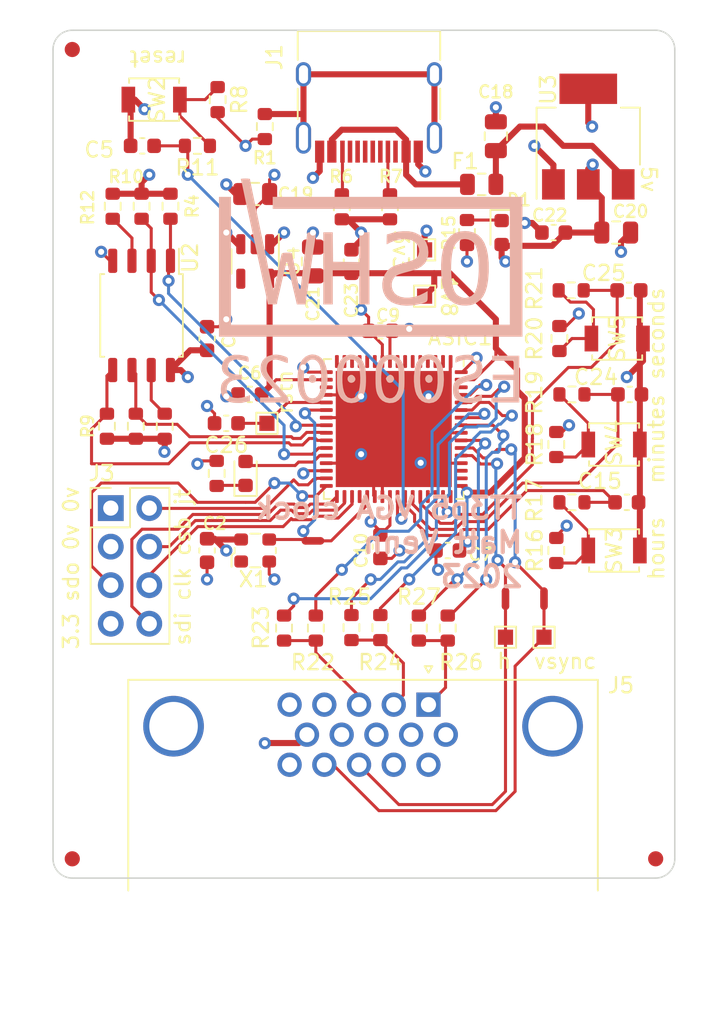
<source format=kicad_pcb>
(kicad_pcb (version 20221018) (generator pcbnew)
  (title_block (title "Caravel Minimum Viable PCB Sample") (date "2023-10-25") (rev "1.1") (company "Psychogenic Technologies INC") (comment 1 "(C) 2023 Pat Deegan"))
  (layers (0 "F.Cu" signal) (1 "In1.Cu" power) (2 "In2.Cu" power) (31 "B.Cu" signal) (34 "B.Paste" user) (35 "F.Paste" user) (36 "B.SilkS" user "B.Silkscreen") (37 "F.SilkS" user "F.Silkscreen") (38 "B.Mask" user) (39 "F.Mask" user) (44 "Edge.Cuts" user))
  (net 0 "")
  (net 1 "GND")
  (net 2 "Net-(J1-SHIELD)")
  (net 3 "~{SOC_RST}")
  (net 4 "+1V8")
  (net 5 "+3V3")
  (net 6 "VBUS")
  (net 7 "+5V")
  (net 8 "Net-(D1-K)")
  (net 9 "gpio")
  (net 10 "Net-(J1-CC1)")
  (net 14 "Net-(J1-CC2)")
  (net 18 "HK_SDI")
  (net 19 "HK_SCK")
  (net 20 "HK_SDO")
  (net 21 "HK_CSB")
  (net 22 "ser_rx")
  (net 23 "ser_tx")
  (net 24 "/prj_io7")
  (net 25 "/prj_io8")
  (net 26 "/prj_io9")
  (net 27 "/prj_io10")
  (net 28 "/prj_io11")
  (net 29 "/prj_io12")
  (net 30 "/prj_io13")
  (net 31 "/prj_io14")
  (net 32 "/prj_io15")
  (net 33 "/prj_io17")
  (net 34 "/prj_io19")
  (net 35 "/prj_io18")
  (net 36 "/prj_io20")
  (net 37 "/prj_io21")
  (net 38 "/prj_io22")
  (net 39 "/prj_io23")
  (net 40 "/prj_io25")
  (net 41 "/prj_io24")
  (net 42 "/prj_io26")
  (net 43 "/prj_io27")
  (net 44 "/prj_io28")
  (net 45 "/prj_io29")
  (net 46 "/prj_io31")
  (net 47 "/prj_io30")
  (net 48 "/prj_io32")
  (net 49 "/prj_io33")
  (net 50 "/prj_io34")
  (net 51 "/prj_io35")
  (net 52 "/prj_io37")
  (net 53 "/prj_io36")
  (net 54 "flash_csb")
  (net 55 "flash_clk")
  (net 56 "flash_io0")
  (net 57 "flash_io1")
  (net 58 "Net-(U2-IO2)")
  (net 59 "Net-(U2-IO3)")
  (net 60 "osc_out")
  (net 63 "HK_JTAG")
  (net 64 "Net-(D2-K)")
  (net 66 "/red")
  (net 67 "/green")
  (net 68 "/blue")
  (net 73 "/hsync")
  (net 75 "Net-(R11-Pad1)")
  (net 76 "Net-(R16-Pad1)")
  (net 77 "Net-(R18-Pad1)")
  (net 78 "Net-(R20-Pad1)")
  (net 79 "/vsync")
  (net 80 "/prj_io16")
  (footprint "Resistor_SMD:R_0603_1608Metric" (layer "F.Cu") (at 93.191 49.219 90)
    (fp_text reference "R5" hide)
    (fp_text value "10k")
  )
  (footprint "TestPoint:TestPoint_Pad_1.0x1.0mm" (layer "F.Cu") (at 120.115 63.125)
    (fp_text reference "TP2" hide)
    (fp_text value "TestPoint")
  )
  (footprint "Capacitor_SMD:C_0603_1608Metric" (layer "F.Cu") (at 97.89 57.41 90)
    (fp_text reference "C2")
    (fp_text value "100nF")
  )
  (footprint "Resistor_SMD:R_0603_1608Metric" (layer "F.Cu") (at 121.957 54.235)
    (fp_text reference "R17")
    (fp_text value "5.1k")
  )
  (footprint "Capacitor_SMD:C_0603_1608Metric" (layer "F.Cu") (at 125.577 54.235 180)
    (fp_text reference "C15")
    (fp_text value "1uF")
  )
  (footprint "Fiducial:Fiducial_1mm_Mask2mm" (layer "F.Cu") (at 89 24.39)
    (fp_text reference "FID1" hide)
    (fp_text value "Fiducial")
  )
  (footprint "Resistor_SMD:R_0603_1608Metric" (layer "F.Cu") (at 91.286 49.219 90)
    (fp_text reference "R9")
    (fp_text value "10k")
  )
  (footprint "Capacitor_SMD:C_0603_1608Metric" (layer "F.Cu") (at 100.71 47.123 180)
    (fp_text reference "C6")
    (fp_text value "100nF")
  )
  (footprint "Capacitor_SMD:C_0805_2012Metric" (layer "F.Cu") (at 101.065 33.915)
    (fp_text reference "C19")
    (fp_text value "10uF")
  )
  (footprint "Connector_Dsub:DSUB-15-HD_Female_Horizontal_P2.29x1.98mm_EdgePinOffset8.35mm_Housed_MountingHolesOffset10.89mm" (layer "F.Cu") (at 112.495 67.57)
    (fp_text reference "J5")
    (fp_text value "DE15_Receptacle_HighDensity_MountingHoles")
  )
  (footprint "Resistor_SMD:R_0603_1608Metric" (layer "F.Cu") (at 121.957 47.123)
    (fp_text reference "R19")
    (fp_text value "5.1k")
  )
  (footprint "Capacitor_SMD:C_0603_1608Metric" (layer "F.Cu") (at 109.32 42.932)
    (fp_text reference "C9")
    (fp_text value "100nF")
  )
  (footprint "NetTie:NetTie-2_SMD_Pad0.5mm" (layer "F.Cu") (at 117.575 60.585 -90)
    (fp_text reference "NT1" hide)
    (fp_text value "NetTie_2" hide)
  )
  (footprint "Resistor_SMD:R_0603_1608Metric" (layer "F.Cu") (at 120.927 50.425 90)
    (fp_text reference "R18")
    (fp_text value "10k")
  )
  (footprint "Resistor_SMD:R_0603_1608Metric" (layer "F.Cu") (at 115.035 36.455 -90)
    (fp_text reference "R15")
    (fp_text value "510")
  )
  (footprint "Capacitor_SMD:C_0603_1608Metric" (layer "F.Cu") (at 113.765 57.41)
    (fp_text reference "C7")
    (fp_text value "100nF")
  )
  (footprint "Resistor_SMD:R_0603_1608Metric" (layer "F.Cu") (at 105.065 62.522 -90)
    (fp_text reference "R22")
    (fp_text value "500R")
  )
  (footprint "Capacitor_SMD:C_0805_2012Metric" (layer "F.Cu") (at 104.875 38.36 90)
    (fp_text reference "C21")
    (fp_text value "10uF")
  )
  (footprint "TestPoint:TestPoint_Pad_1.0x1.0mm" (layer "F.Cu") (at 112.241 37.596)
    (fp_text reference "TP4" hide)
    (fp_text value "TestPoint")
  )
  (footprint "Fiducial:Fiducial_1mm_Mask2mm" (layer "F.Cu") (at 127.481 77.73)
    (fp_text reference "FID2" hide)
    (fp_text value "Fiducial")
  )
  (footprint "Resistor_SMD:R_0603_1608Metric" (layer "F.Cu") (at 107.415 62.49 -90)
    (fp_text reference "R25")
    (fp_text value "1k")
  )
  (footprint "Resistor_SMD:R_0603_1608Metric" (layer "F.Cu") (at 106.78 34.756 -90)
    (fp_text reference "R6")
    (fp_text value "5.1k")
  )
  (footprint "Package_TO_SOT_SMD:SOT-223-3_TabPin2" (layer "F.Cu") (at 123.036 30.13 90)
    (fp_text reference "U3")
    (fp_text value "AZ1117-3.3")
  )
  (footprint "Oscillator:Oscillator_SMD_ECS_2520MV-xxx-xx-4Pin_2.5x2.0mm" (layer "F.Cu") (at 101.065 57.41 90)
    (fp_text reference "X1")
    (fp_text value "31.5MHz")
  )
  (footprint "TestPoint:TestPoint_Pad_1.0x1.0mm" (layer "F.Cu") (at 112.241 40.646)
    (fp_text reference "TP5" hide)
    (fp_text value "TestPoint")
  )
  (footprint "TestPoint:TestPoint_Pad_1.0x1.0mm" (layer "F.Cu") (at 117.575 63.125)
    (fp_text reference "TP1" hide)
    (fp_text value "TestPoint")
  )
  (footprint "Fuse:Fuse_0805_2012Metric" (layer "F.Cu") (at 116.0025 33.28)
    (fp_text reference "F1")
    (fp_text value "350mA")
  )
  (footprint "Capacitor_SMD:C_0603_1608Metric" (layer "F.Cu") (at 109.32 57.156 -90)
    (fp_text reference "C10")
    (fp_text value "100nF")
  )
  (footprint "Capacitor_SMD:C_0603_1608Metric" (layer "F.Cu") (at 125.767 47.123 180)
    (fp_text reference "C24")
    (fp_text value "1uF")
  )
  (footprint "NetTie:NetTie-2_SMD_Pad0.5mm" (layer "F.Cu") (at 120.115 60.585 -90)
    (fp_text reference "NT2" hide)
    (fp_text value "NetTie_2" hide)
  )
  (footprint "Resistor_SMD:R_0603_1608Metric" (layer "F.Cu") (at 95.477 34.721 -90)
    (fp_text reference "R4")
    (fp_text value "10k")
  )
  (footprint "Resistor_SMD:R_0603_1608Metric" (layer "F.Cu") (at 98.589 27.692 -90)
    (fp_text reference "R8")
    (fp_text value "10k")
  )
  (footprint "Resistor_SMD:R_0603_1608Metric" (layer "F.Cu") (at 113.765 62.522 -90)
    (fp_text reference "R26")
    (fp_text value "500R")
  )
  (footprint "Resistor_SMD:R_0603_1608Metric" (layer "F.Cu") (at 93.572 34.721 -90)
    (fp_text reference "R10")
    (fp_text value "10k")
  )
  (footprint "TestPoint:TestPoint_Pad_1.0x1.0mm" (layer "F.Cu") (at 101.84 49.028)
    (fp_text reference "TP3" hide)
    (fp_text value "TestPoint")
  )
  (footprint "Resistor_SMD:R_0603_1608Metric" (layer "F.Cu") (at 95.096 49.219 -90)
    (fp_text reference "R13" hide)
    (fp_text value "10k")
  )
  (footprint "NetTie:NetTie-2_SMD_Pad0.5mm" (layer "F.Cu") (at 104.875 56.775)
    (fp_text reference "NT3" hide)
    (fp_text value "NetTie_2" hide)
  )
  (footprint "Capacitor_SMD:C_0805_2012Metric" (layer "F.Cu") (at 124.875 36.455)
    (fp_text reference "C20")
    (fp_text value "22uF")
  )
  (footprint "Package_SO:SOIC-8_5.23x5.23mm_P1.27mm" (layer "F.Cu") (at 93.572 41.916 -90)
    (fp_text reference "U2")
    (fp_text value "W25Q32JVSS")
  )
  (footprint "Capacitor_SMD:C_0603_1608Metric" (layer "F.Cu") (at 107.415 38.36 90)
    (fp_text reference "C23")
    (fp_text value "100nF")
  )
  (footprint "Resistor_SMD:R_0603_1608Metric" (layer "F.Cu") (at 101.7 29.47 -90)
    (fp_text reference "R1")
    (fp_text value "1M")
  )
  (footprint "Capacitor_SMD:C_0603_1608Metric" (layer "F.Cu") (at 125.717 40.265 180)
    (fp_text reference "C25")
    (fp_text value "1uF")
  )
  (footprint "Capacitor_SMD:C_0603_1608Metric" (layer "F.Cu") (at 99.16 49.028 180)
    (fp_text reference "C26")
    (fp_text value "1uF")
  )
  (footprint "Button_Switch_SMD:SW_SPST_B3U-1000P" (layer "F.Cu") (at 94.398 27.692 180)
    (fp_text reference "SW2")
    (fp_text value "B3U-1000P")
  )
  (footprint "LED_SMD:LED_0603_1608Metric" (layer "F.Cu") (at 117.321 36.455 -90)
    (fp_text reference "D1")
    (fp_text value "LED")
  )
  (footprint "LED_SMD:LED_0603_1608Metric" (layer "F.Cu") (at 100.43 52.33 90)
    (fp_text reference "D2" hide)
    (fp_text value "LED")
  )
  (footprint "Resistor_SMD:R_0603_1608Metric" (layer "F.Cu") (at 109.32 62.49 -90)
    (fp_text reference "R24")
    (fp_text value "500R")
  )
  (footprint "Capacitor_SMD:C_0805_2012Metric" (layer "F.Cu") (at 116.94 30.105 90)
    (fp_text reference "C18")
    (fp_text value "10uF")
  )
  (footprint "Capacitor_SMD:C_0603_1608Metric" (layer "F.Cu") (at 93.623 30.74)
    (fp_text reference "C5")
    (fp_text value "1uF")
  )
  (footprint "Resistor_SMD:R_0603_1608Metric" (layer "F.Cu") (at 120.927 57.41 90)
    (fp_text reference "R16")
    (fp_text value "10k")
  )
  (footprint "Resistor_SMD:R_0603_1608Metric" (layer "F.Cu") (at 91.667 34.721 90)
    (fp_text reference "R12")
    (fp_text value "10k")
  )
  (footprint "Button_Switch_SMD:SW_SPST_B3U-1000P" (layer "F.Cu") (at 124.737 57.41)
    (fp_text reference "SW3")
    (fp_text value "B3U-1000P")
  )
  (footprint "Resistor_SMD:R_0603_1608Metric" (layer "F.Cu") (at 111.86 62.522 -90)
    (fp_text reference "R27")
    (fp_text value "1k")
  )
  (footprint "Button_Switch_SMD:SW_SPST_B3U-1000P" (layer "F.Cu") (at 124.942 43.44)
    (fp_text reference "SW5")
    (fp_text value "B3U-1000P")
  )
  (footprint "Package_TO_SOT_SMD:SOT-23-5" (layer "F.Cu") (at 101.065 38.36 -90)
    (fp_text reference "U4")
    (fp_text value "AP2112K-1.8")
  )
  (footprint "Fiducial:Fiducial_1mm_Mask2mm" (layer "F.Cu") (at 89 77.73)
    (fp_text reference "FID3" hide)
    (fp_text value "Fiducial")
  )
  (footprint "Package_DFN_QFN:QFN-64-1EP_9x9mm_P0.5mm_EP7.65x7.65mm" (layer "F.Cu") (at 110.204 49.404 -90)
    (fp_text reference "U1" hide)
    (fp_text value "Caravel_QFN")
  )
  (footprint "Resistor_SMD:R_0603_1608Metric" (layer "F.Cu") (at 121.132 43.44 90)
    (fp_text reference "R20")
    (fp_text value "10k")
  )
  (footprint "Resistor_SMD:R_0603_1608Metric" (layer "F.Cu") (at 109.955 34.756 -90)
    (fp_text reference "R7")
    (fp_text value "5.1k")
  )
  (footprint "Capacitor_SMD:C_0603_1608Metric" (layer "F.Cu") (at 120.75 36.455 180)
    (fp_text reference "C22")
    (fp_text value "100nF")
  )
  (footprint "Resistor_SMD:R_0603_1608Metric" (layer "F.Cu") (at 102.97 62.522 -90)
    (fp_text reference "R23")
    (fp_text value "1k")
  )
  (footprint "Connector_USB:USB_C_Receptacle_HRO_TYPE-C-31-M-12" (layer "F.Cu") (at 108.57 27.076 180)
    (fp_text reference "J1")
    (fp_text value "USB_C_Receptacle_USB2.0")
  )
  (footprint "Connector_PinHeader_2.54mm:PinHeader_2x04_P2.54mm_Vertical" (layer "F.Cu") (at 91.54 54.616)
    (fp_text reference "J3")
    (fp_text value "Conn_02x04_Odd_Even")
  )
  (footprint "Resistor_SMD:R_0603_1608Metric" (layer "F.Cu") (at 97.255 30.74 180)
    (fp_text reference "R11")
    (fp_text value "5.1k")
  )
  (footprint "Button_Switch_SMD:SW_SPST_B3U-1000P" (layer "F.Cu") (at 124.737 50.425)
    (fp_text reference "SW4")
    (fp_text value "B3U-1000P")
  )
  (footprint "Resistor_SMD:R_0603_1608Metric" (layer "F.Cu") (at 98.525 52.33 90)
    (fp_text reference "R14" hide)
    (fp_text value "510")
  )
  (footprint "Capacitor_SMD:C_0603_1608Metric" (layer "F.Cu") (at 97.89 43.44 90)
    (fp_text reference "C1")
    (fp_text value "100nF")
  )
  (footprint "Resistor_SMD:R_0603_1608Metric" (layer "F.Cu") (at 121.907 40.265)
    (fp_text reference "R21")
    (fp_text value "5.1k")
  )
  (footprint "footprints:oshw-logo" (layer "B.Cu") (at 108.685 40.9 180)
    (fp_text reference "G***" hide)
    (fp_text value "LOGO" hide)
  )
  (gr_arc (start 128.741974 77.73) (mid 128.37 78.628026) (end 127.471974 79) (stroke (width 0.1)) (layer "Edge.Cuts"))
  (gr_line (start 87.73 24.39) (end 87.73 77.73) (stroke (width 0.1)) (layer "Edge.Cuts"))
  (gr_arc (start 127.471974 23.12) (mid 128.37 23.491974) (end 128.741974 24.39) (stroke (width 0.1)) (layer "Edge.Cuts"))
  (gr_arc (start 89 79) (mid 88.101974 78.628026) (end 87.73 77.73) (stroke (width 0.1)) (layer "Edge.Cuts"))
  (gr_line (start 89 79) (end 127.471974 79) (stroke (width 0.1)) (layer "Edge.Cuts"))
  (gr_line (start 127.471974 23.12) (end 89 23.12) (stroke (width 0.1)) (layer "Edge.Cuts"))
  (gr_line (start 128.741974 77.73) (end 128.741974 24.39) (stroke (width 0.1)) (layer "Edge.Cuts"))
  (gr_arc (start 87.73 24.39) (mid 88.101974 23.491974) (end 89 23.12) (stroke (width 0.1)) (layer "Edge.Cuts"))
  (gr_text "TT3p5 VGA clock\nMatt Venn\n2023" (at 118.845 59.95) (layer "B.SilkS") (effects (font (size 1.4 1.4) (thickness 0.28) bold) (justify left bottom mirror)))
  (gr_text "3.3 sdo 0v 0v" (at 89.508 64.014 90) (layer "F.SilkS") (effects (font (size 1 1)) (justify left bottom)))
  (gr_text "5v" (at 126.446 31.98 270) (layer "F.SilkS") (effects (font (size 1 1)) (justify left bottom)))
  (gr_text "sdi clk csb jt" (at 96.874 63.76 90) (layer "F.SilkS") (effects (font (size 1 1)) (justify left bottom)))
  (gr_text "minutes" (at 128.117 53.092 90) (layer "F.SilkS") (effects (font (size 1 1)) (justify left bottom)))
  (gr_text "h  vsync" (at 116.94 65.284) (layer "F.SilkS") (effects (font (size 1 1)) (justify left bottom)))
  (gr_text "1v8" (at 113.257 39.249 270) (layer "F.SilkS") (effects (font (size 1 1)) (justify left bottom)))
  (gr_text "seconds" (at 128.117 46.234 90) (layer "F.SilkS") (effects (font (size 1 1)) (justify left bottom)))
  (gr_text "ASIC1" (at 112.368 43.948) (layer "F.SilkS") (effects (font (size 1 1)) (justify left bottom)))
  (gr_text "hours" (at 128.117 59.442 90) (layer "F.SilkS") (effects (font (size 1 1)) (justify left bottom)))
  (gr_text "3v3" (at 110.082 36.201 270) (layer "F.SilkS") (effects (font (size 1 1)) (justify left bottom)))
  (gr_text "reset" (at 96.62 24.39 180) (layer "F.SilkS") (effects (font (size 1 1)) (justify left bottom)))
  (gr_text "rstn" (at 103.605 48.52 90) (layer "F.SilkS") (effects (font (size 1 1)) (justify left bottom)))
  (segment (start 110.454 49.654) (end 110.204 49.404) (width 0.2) (layer "F.Cu") (net 1))
  (segment (start 101.065 37.2225) (end 101.065 34.865) (width 0.2) (layer "F.Cu") (net 1))
  (segment (start 113.929 45.679) (end 110.204 49.404) (width 0.2) (layer "F.Cu") (net 1))
  (segment (start 101.710331 70.099669) (end 101.7 70.11) (width 0.4) (layer "F.Cu") (net 1))
  (segment (start 105.754 48.654) (end 109.454 48.654) (width 0.2) (layer "F.Cu") (net 1))
  (segment (start 105.32 31.121) (end 105.32 32.406) (width 0.4) (layer "F.Cu") (net 1))
  (segment (start 115.035 37.28) (end 115.035 38.36) (width 0.2) (layer "F.Cu") (net 1))
  (segment (start 101.99 58.135) (end 101.99 58.97) (width 0.2) (layer "F.Cu") (net 1))
  (segment (start 98.385 49.028) (end 98.385 48.38) (width 0.2) (layer "F.Cu") (net 1))
  (segment (start 125.195 37.085) (end 125.825 36.455) (width 0.4) (layer "F.Cu") (net 1))
  (segment (start 113.929 44.979) (end 113.929 45.679) (width 0.2) (layer "F.Cu") (net 1))
  (segment (start 113.954 44.954) (end 113.929 44.979) (width 0.2) (layer "F.Cu") (net 1))
  (segment (start 121.132 42.615) (end 121.587186 42.615) (width 0.2) (layer "F.Cu") (net 1))
  (segment (start 98.589 28.517) (end 98.589 28.899) (width 0.2) (layer "F.Cu") (net 1))
  (segment (start 97.89 58.185) (end 97.89 59.315) (width 0.2) (layer "F.Cu") (net 1))
  (segment (start 119.34 35.82) (end 119.975 36.455) (width 0.4) (layer "F.Cu") (net 1))
  (segment (start 120.927 56.46) (end 121.611669 55.775331) (width 0.2) (layer "F.Cu") (net 1))
  (segment (start 110.069 57.931) (end 110.59 57.41) (width 0.2) (layer "F.Cu") (net 1))
  (segment (start 109.454 43.841) (end 108.545 42.932) (width 0.2) (layer "F.Cu") (net 1))
  (segment (start 114.654 49.654) (end 110.454 49.654) (width 0.2) (layer "F.Cu") (net 1))
  (segment (start 105.754 47.154) (end 107.954 47.154) (width 0.2) (layer "F.Cu") (net 1))
  (segment (start 109.955 35.581) (end 106.78 35.581) (width 0.4) (layer "F.Cu") (net 1))
  (segment (start 106.78 35.581) (end 107.176 35.581) (width 0.4) (layer "F.Cu") (net 1))
  (segment (start 112.99 57.41) (end 112.99 58.54) (width 0.2) (layer "F.Cu") (net 1))
  (segment (start 118.845 35.82) (end 119.34 35.82) (width 0.4) (layer "F.Cu") (net 1))
  (segment (start 121.322 49.6) (end 121.767 49.155) (width 0.2) (layer "F.Cu") (net 1))
  (segment (start 105.32 32.406) (end 104.875 32.851) (width 0.4) (layer "F.Cu") (net 1))
  (segment (start 97.445 51.505) (end 97.255 51.695) (width 0.2) (layer "F.Cu") (net 1))
  (segment (start 98.589 28.899) (end 100.43 30.74) (width 0.2) (layer "F.Cu") (net 1))
  (segment (start 109.454 50.154) (end 110.204 49.404) (width 0.2) (layer "F.Cu") (net 1))
  (segment (start 120.736 33.28) (end 120.736 31.996) (width 0.4) (layer "F.Cu") (net 1))
  (segment (start 109.32 57.931) (end 110.069 57.931) (width 0.2) (layer "F.Cu") (net 1))
  (segment (start 104.875 36.455) (end 104.875 37.41) (width 0.4) (layer "F.Cu") (net 1))
  (segment (start 120.736 32.366) (end 120.736 31.996) (width 0.2) (layer "F.Cu") (net 1))
  (segment (start 111.82 31.958658) (end 112.291342 32.43) (width 0.4) (layer "F.Cu") (net 1))
  (segment (start 109.454 53.854) (end 109.454 50.154) (width 0.2) (layer "F.Cu") (net 1))
  (segment (start 107.954 51.654) (end 110.204 49.404) (width 0.2) (layer "F.Cu") (net 1))
  (segment (start 116.94 29.155) (end 116.94 28.2) (width 0.4) (layer "F.Cu") (net 1))
  (segment (start 104.48 69.55) (end 103.930331 70.099669) (width 0.4) (layer "F.Cu") (net 1))
  (segment (start 101.065 34.865) (end 102.015 33.915) (width 0.2) (layer "F.Cu") (net 1))
  (segment (start 99.287 47.123) (end 99.16 47.25) (width 0.2) (layer "F.Cu") (net 1))
  (segment (start 107.176 35.581) (end 108.05 36.455) (width 0.4) (layer "F.Cu") (net 1))
  (segment (start 101.99 58.97) (end 102.335 59.315) (width 0.2) (layer "F.Cu") (net 1))
  (segment (start 100.875 30.295) (end 100.43 30.74) (width 0.2) (layer "F.Cu") (net 1))
  (segment (start 108.545 42.932) (end 108.545 42.03) (width 0.2) (layer "F.Cu") (net 1))
  (segment (start 108.05 47.25) (end 110.204 49.404) (width 0.2) (layer "F.Cu") (net 1))
  (segment (start 108.05 36.95) (end 107.415 37.585) (width 0.4) (layer "F.Cu") (net 1))
  (segment (start 121.587186 42.615) (end 122.412186 41.79) (width 0.2) (layer "F.Cu") (net 1))
  (segment (start 108.545 42.03) (end 108.05 41.535) (width 0.2) (layer "F.Cu") (net 1))
  (segment (start 125.195 37.725) (end 125.195 37.085) (width 0.4) (layer "F.Cu") (net 1))
  (segment (start 107.954 47.154) (end 108.05 47.25) (width 0.2) (layer "F.Cu") (net 1))
  (segment (start 98.385 48.38) (end 97.89 47.885) (width 0.2) (layer "F.Cu") (net 1))
  (segment (start 91.667 38.316) (end 91.496 38.316) (width 0.2) (layer "F.Cu") (net 1))
  (segment (start 102.015 33.915) (end 102.015 32.965) (width 0.2) (layer "F.Cu") (net 1))
  (segment (start 120.927 56.585) (end 120.927 56.46) (width 0.2) (layer "F.Cu") (net 1))
  (segment (start 98.525 51.505) (end 97.445 51.505) (width 0.2) (layer "F.Cu") (net 1))
  (segment (start 109.454 48.654) (end 110.204 49.404) (width 0.2) (layer "F.Cu") (net 1))
  (segment (start 114.654 51.654) (end 112.454 51.654) (width 0.2) (layer "F.Cu") (net 1))
  (segment (start 108.879 53.779) (end 108.879 50.729) (width 0.2) (layer "F.Cu") (net 1))
  (segment (start 103.930331 70.099669) (end 101.710331 70.099669) (width 0.4) (layer "F.Cu") (net 1))
  (segment (start 108.05 36.455) (end 108.05 36.95) (width 0.4) (layer "F.Cu") (net 1))
  (segment (start 97.89 42.665) (end 98.665 42.665) (width 0.2) (layer "F.Cu") (net 1))
  (segment (start 99.935 47.123) (end 99.287 47.123) (width 0.2) (layer "F.Cu") (net 1))
  (segment (start 91.496 38.316) (end 90.905 37.725) (width 0.2) (layer "F.Cu") (net 1))
  (segment (start 112.454 51.654) (end 110.204 49.404) (width 0.2) (layer "F.Cu") (net 1))
  (segment (start 105.754 51.654) (end 107.954 51.654) (width 0.2) (layer "F.Cu") (net 1))
  (segment (start 108.879 50.729) (end 110.204 49.404) (width 0.2) (layer "F.Cu") (net 1))
  (segment (start 102.015 32.965) (end 102.335 32.645) (width 0.2) (layer "F.Cu") (net 1))
  (segment (start 120.927 49.6) (end 121.322 49.6) (width 0.2) (layer "F.Cu") (net 1))
  (segment (start 101.7 30.295) (end 100.875 30.295) (width 0.2) (layer "F.Cu") (net 1))
  (segment (start 112.99 58.54) (end 113.13 58.68) (width 0.2) (layer "F.Cu") (net 1))
  (segment (start 108.954 53.854) (end 108.879 53.779) (width 0.2) (layer "F.Cu") (net 1))
  (segment (start 109.454 44.954) (end 109.454 43.841) (width 0.2) (layer "F.Cu") (net 1))
  (segment (start 98.665 42.665) (end 99.16 42.17) (width 0.2) (layer "F.Cu") (net 1))
  (segment (start 119.48 30.74) (end 120.736 31.996) (width 0.4) (layer "F.Cu") (net 1))
  (segment (start 111.82 31.121) (end 111.82 31.958658) (width 0.4) (layer "F.Cu") (net 1))
  (via (at 100.43 30.74) (size 0.8) (drill 0.4) (layers "F.Cu" "B.Cu") (net 1))
  (via (at 122.412186 41.79) (size 0.8) (drill 0.4) (layers "F.Cu" "B.Cu") (net 1))
  (via (at 116.94 28.2) (size 0.8) (drill 0.4) (layers "F.Cu" "B.Cu") (net 1))
  (via (at 108.05 51.06) (size 0.8) (drill 0.4) (layers "F.Cu" "B.Cu") (net 1))
  (via (at 121.611669 55.775331) (size 0.8) (drill 0.4) (layers "F.Cu" "B.Cu") (net 1))
  (via (at 119.48 30.74) (size 0.8) (drill 0.4) (layers "F.Cu" "B.Cu") (net 1))
  (via (at 97.89 47.885) (size 0.8) (drill 0.4) (layers "F.Cu" "B.Cu") (net 1))
  (via (at 112.291342 32.43) (size 0.8) (drill 0.4) (layers "F.Cu" "B.Cu") (net 1))
  (via (at 102.335 59.315) (size 0.8) (drill 0.4) (layers "F.Cu" "B.Cu") (net 1))
  (via (at 112.495 47.25) (size 0.8) (drill 0.4) (layers "F.Cu" "B.Cu") (net 1))
  (via (at 99.16 47.25) (size 0.8) (drill 0.4) (layers "F.Cu" "B.Cu") (net 1))
  (via (at 108.05 36.455) (size 0.8) (drill 0.4) (layers "F.Cu" "B.Cu") (net 1))
  (via (at 113.13 58.68) (size 0.8) (drill 0.4) (layers "F.Cu" "B.Cu") (net 1))
  (via (at 125.195 37.725) (size 0.8) (drill 0.4) (layers "F.Cu" "B.Cu") (net 1))
  (via (at 99.16 42.17) (size 0.8) (drill 0.4) (layers "F.Cu" "B.Cu") (net 1))
  (via (at 108.05 47.25) (size 0.8) (drill 0.4) (layers "F.Cu" "B.Cu") (net 1))
  (via (at 104.875 32.851) (size 0.8) (drill 0.4) (layers "F.Cu" "B.Cu") (net 1))
  (via (at 104.875 36.455) (size 0.8) (drill 0.4) (layers "F.Cu" "B.Cu") (net 1))
  (via (at 102.335 32.645) (size 0.8) (drill 0.4) (layers "F.Cu" "B.Cu") (net 1))
  (via (at 115.035 38.36) (size 0.8) (drill 0.4) (layers "F.Cu" "B.Cu") (net 1))
  (via (at 97.89 59.315) (size 0.8) (drill 0.4) (layers "F.Cu" "B.Cu") (net 1))
  (via (at 111.98 51.630735) (size 0.8) (drill 0.4) (layers "F.Cu" "B.Cu") (net 1))
  (via (at 108.05 41.535) (size 0.8) (drill 0.4) (layers "F.Cu" "B.Cu") (net 1))
  (via (at 121.767 49.155) (size 0.8) (drill 0.4) (layers "F.Cu" "B.Cu") (net 1))
  (via (at 110.59 57.41) (size 0.8) (drill 0.4) (layers "F.Cu" "B.Cu") (net 1))
  (via (at 90.905 37.725) (size 0.8) (drill 0.4) (layers "F.Cu" "B.Cu") (net 1))
  (via (at 97.255 51.695) (size 0.8) (drill 0.4) (layers "F.Cu" "B.Cu") (net 1))
  (via (at 101.7 70.11) (size 0.8) (drill 0.4) (layers "F.Cu" "B.Cu") (net 1))
  (via (at 118.845 35.82) (size 0.8) (drill 0.4) (layers "F.Cu" "B.Cu") (net 1))
  (segment (start 104.25 26.026) (end 112.89 26.026) (width 0.4) (layer "F.Cu") (net 2))
  (segment (start 112.89 26.026) (end 112.89 30.206) (width 0.4) (layer "F.Cu") (net 2))
  (segment (start 101.7 28.645) (end 104.165 28.645) (width 0.4) (layer "F.Cu") (net 2))
  (segment (start 104.165 30.121) (end 104.25 30.206) (width 0.4) (layer "F.Cu") (net 2))
  (segment (start 104.25 30.206) (end 104.25 26.026) (width 0.4) (layer "F.Cu") (net 2))
  (segment (start 105.754 47.654) (end 103.214 47.654) (width 0.2) (layer "F.Cu") (net 3))
  (segment (start 103.214 47.654) (end 101.84 49.028) (width 0.2) (layer "F.Cu") (net 3))
  (segment (start 99.935 49.028) (end 101.84 49.028) (width 0.2) (layer "F.Cu") (net 3))
  (segment (start 102.015 46.593) (end 101.485 47.123) (width 0.4) (layer "F.Cu") (net 4))
  (segment (start 118.845 47.377) (end 118.845 51.314) (width 0.4) (layer "F.Cu") (net 4))
  (segment (start 112.241 40.646) (end 112.876 40.011) (width 0.4) (layer "F.Cu") (net 4))
  (segment (start 115.035 53.6) (end 115.035 53.535) (width 0.2) (layer "F.Cu") (net 4))
  (segment (start 118.337 45.472) (end 118.337 46.869) (width 0.4) (layer "F.Cu") (net 4))
  (segment (start 116.94 44.075) (end 118.337 45.472) (width 0.4) (layer "F.Cu") (net 4))
  (segment (start 116.559 53.6) (end 115.035 53.6) (width 0.4) (layer "F.Cu") (net 4))
  (segment (start 102.3775 39.135) (end 107.415 39.135) (width 0.4) (layer "F.Cu") (net 4))
  (segment (start 118.337 46.869) (end 118.845 47.377) (width 0.4) (layer "F.Cu") (net 4))
  (segment (start 112.876 39.135) (end 113.905 39.135) (width 0.4) (layer "F.Cu") (net 4))
  (segment (start 112.876 40.011) (end 112.876 39.135) (width 0.4) (layer "F.Cu") (net 4))
  (segment (start 115.035 53.535) (end 114.654 53.154) (width 0.2) (layer "F.Cu") (net 4))
  (segment (start 102.015 39.4975) (end 102.3775 39.135) (width 0.4) (layer "F.Cu") (net 4))
  (segment (start 115.035 40.265) (end 116.94 42.17) (width 0.4) (layer "F.Cu") (net 4))
  (segment (start 114.654 46.154) (end 115.496 46.154) (width 0.2) (layer "F.Cu") (net 4))
  (segment (start 116.94 42.17) (end 116.94 44.075) (width 0.4) (layer "F.Cu") (net 4))
  (segment (start 102.454 46.154) (end 101.485 47.123) (width 0.2) (layer "F.Cu") (net 4))
  (segment (start 114.54 57.347692) (end 115.073846 56.813846) (width 0.2) (layer "F.Cu") (net 4))
  (segment (start 115.496 46.154) (end 116.94 44.71) (width 0.2) (layer "F.Cu") (net 4))
  (segment (start 113.905 39.135) (end 115.035 40.265) (width 0.4) (layer "F.Cu") (net 4))
  (segment (start 105.754 46.154) (end 102.454 46.154) (width 0.2) (layer "F.Cu") (net 4))
  (segment (start 107.415 39.135) (end 112.876 39.135) (width 0.4) (layer "F.Cu") (net 4))
  (segment (start 116.94 44.71) (end 116.94 44.075) (width 0.2) (layer "F.Cu") (net 4))
  (segment (start 118.845 51.314) (end 116.559 53.6) (width 0.4) (layer "F.Cu") (net 4))
  (segment (start 102.015 39.4975) (end 102.015 46.593) (width 0.4) (layer "F.Cu") (net 4))
  (segment (start 114.54 57.41) (end 114.54 57.347692) (width 0.2) (layer "F.Cu") (net 4))
  (via (at 115.035 53.6) (size 0.8) (drill 0.4) (layers "F.Cu" "B.Cu") (net 4))
  (via (at 115.073846 56.813846) (size 0.8) (drill 0.4) (layers "F.Cu" "B.Cu") (net 4))
  (segment (start 115.035 53.6) (end 115.035 56.775) (width 0.2) (layer "B.Cu") (net 4))
  (segment (start 115.035 56.775) (end 115.073846 56.813846) (width 0.2) (layer "B.Cu") (net 4))
  (segment (start 92.698 27.692) (end 93.128 27.692) (width 0.4) (layer "F.Cu") (net 5))
  (segment (start 99.795 33.915) (end 99.16 33.28) (width 0.4) (layer "F.Cu") (net 5))
  (segment (start 126.437 40.32) (end 126.492 40.265) (width 0.4) (layer "F.Cu") (net 5))
  (segment (start 104.549 45.654) (end 104.24 45.345) (width 0.2) (layer "F.Cu") (net 5))
  (segment (start 114.654 45.654) (end 114.726 45.654) (width 0.2) (layer "F.Cu") (net 5))
  (segment (start 97.89 56.635) (end 98.385 56.635) (width 0.4) (layer "F.Cu") (net 5))
  (segment (start 95.477 45.516) (end 96.156 45.516) (width 0.4) (layer "F.Cu") (net 5))
  (segment (start 109.32 56.14) (end 108.685 55.505) (width 0.2) (layer "F.Cu") (net 5))
  (segment (start 97.89 44.215) (end 96.778 44.215) (width 0.4) (layer "F.Cu") (net 5))
  (segment (start 126.437 57.41) (end 126.437 40.32) (width 0.4) (layer "F.Cu") (net 5))
  (segment (start 102.2025 37.2225) (end 102.97 36.455) (width 0.4) (layer "F.Cu") (net 5))
  (segment (start 95.096 50.888338) (end 95.079669 50.904669) (width 0.4) (layer "F.Cu") (net 5))
  (segment (start 113.454 54.559) (end 113.765 54.87) (width 0.2) (layer "F.Cu") (net 5))
  (segment (start 117.321 38.106) (end 117.575 38.36) (width 0.4) (layer "F.Cu") (net 5))
  (segment (start 105.754 52.154) (end 104.416 52.154) (width 0.2) (layer "F.Cu") (net 5))
  (segment (start 91.286 50.044) (end 95.096 50.044) (width 0.4) (layer "F.Cu") (net 5))
  (segment (start 117.321 37.2425) (end 117.4085 37.33) (width 0.4) (layer "F.Cu") (net 5))
  (segment (start 126.642 43.44) (end 126.642 44.915) (width 0.4) (layer "F.Cu") (net 5))
  (segment (start 99.9275 37.2225) (end 99.16 36.455) (width 0.4) (layer "F.Cu") (net 5))
  (segment (start 112.241 36.455) (end 112.368 36.328) (width 0.4) (layer "F.Cu") (net 5))
  (segment (start 117.321 37.2425) (end 117.321 38.106) (width 0.4) (layer "F.Cu") (net 5))
  (segment (start 109.954 44.954) (end 109.954 43.073) (width 0.2) (layer "F.Cu") (net 5))
  (segment (start 123.036 26.98) (end 123.036 29.216) (width 0.4) (layer "F.Cu") (net 5))
  (segment (start 92.848 27.842) (end 92.698 27.692) (width 0.4) (layer "F.Cu") (net 5))
  (segment (start 98.385 56.635) (end 99.16 57.41) (width 0.4) (layer "F.Cu") (net 5))
  (segment (start 121.525 36.455) (end 123.925 36.455) (width 0.4) (layer "F.Cu") (net 5))
  (segment (start 109.954 53.854) (end 109.954 55.747) (width 0.2) (layer "F.Cu") (net 5))
  (segment (start 96.156 45.516) (end 96.62 45.98) (width 0.4) (layer "F.Cu") (net 5))
  (segment (start 123.036 29.216) (end 123.29 29.47) (width 0.4) (layer "F.Cu") (net 5))
  (segment (start 110.095 42.932) (end 111.098 42.932) (width 0.2) (layer "F.Cu") (net 5))
  (segment (start 123.036 32.264) (end 123.323959 31.976041) (width 0.4) (layer "F.Cu") (net 5))
  (segment (start 102.015 37.2225) (end 102.2025 37.2225) (width 0.4) (layer "F.Cu") (net 5))
  (segment (start 91.667 33.896) (end 95.477 33.896) (width 0.4) (layer "F.Cu") (net 5))
  (segment (start 96.778 44.215) (end 95.477 45.516) (width 0.4) (layer "F.Cu") (net 5))
  (segment (start 123.925 36.455) (end 123.925 34.169) (width 0.4) (layer "F.Cu") (net 5))
  (segment (start 105.754 45.654) (end 104.549 45.654) (width 0.2) (layer "F.Cu") (net 5))
  (segment (start 100.14 56.685) (end 97.94 56.685) (width 0.4) (layer "F.Cu") (net 5))
  (segment (start 112.241 37.596) (end 112.241 36.455) (width 0.4) (layer "F.Cu") (net 5))
  (segment (start 95.096 50.044) (end 95.096 50.888338) (width 0.4) (layer "F.Cu") (net 5))
  (segment (start 123.925 34.169) (end 123.036 33.28) (width 0.4) (layer "F.Cu") (net 5))
  (segment (start 100.115 33.915) (end 99.795 33.915) (width 0.4) (layer "F.Cu") (net 5))
  (segment (start 113.454 53.854) (end 113.454 54.559) (width 0.2) (layer "F.Cu") (net 5))
  (segment (start 93.572 33.896) (end 93.572 33.153) (width 0.4) (layer "F.Cu") (net 5))
  (segment (start 120.65 37.33) (end 121.525 36.455) (width 0.4) (layer "F.Cu") (net 5))
  (segment (start 117.4085 37.33) (end 120.65 37.33) (width 0.4) (layer "F.Cu") (net 5))
  (segment (start 93.128 27.692) (end 93.763 28.327) (width 0.4) (layer "F.Cu") (net 5))
  (segment (start 104.416 52.154) (end 104.24 52.33) (width 0.2) (layer "F.Cu") (net 5))
  (segment (start 97.94 56.685) (end 97.89 56.635) (width 0.4) (layer "F.Cu") (net 5))
  (segment (start 123.036 33.28) (end 123.036 32.264) (width 0.4) (layer "F.Cu") (net 5))
  (segment (start 111.098 42.932) (end 111.225 42.805) (width 0.2) (layer "F.Cu") (net 5))
  (segment (start 109.954 43.073) (end 110.095 42.932) (width 0.2) (layer "F.Cu") (net 5))
  (segment (start 92.848 30.74) (end 92.848 27.842) (width 0.4) (layer "F.Cu") (net 5))
  (segment (start 93.572 33.153) (end 94.08 32.645) (width 0.4) (layer "F.Cu") (net 5))
  (segment (start 109.32 56.381) (end 109.32 56.14) (width 0.2) (layer "F.Cu") (net 5))
  (segment (start 114.726 45.654) (end 115.67 44.71) (width 0.2) (layer "F.Cu") (net 5))
  (segment (start 126.642 44.915) (end 125.577 45.98) (width 0.4) (layer "F.Cu") (net 5))
  (segment (start 109.954 55.747) (end 109.32 56.381) (width 0.2) (layer "F.Cu") (net 5))
  (segment (start 100.115 37.2225) (end 99.9275 37.2225) (width 0.4) (layer "F.Cu") (net 5))
  (via (at 94.08 32.645) (size 0.8) (drill 0.4) (layers "F.Cu" "B.Cu") (net 5))
  (via (at 95.079669 50.904669) (size 0.8) (drill 0.4) (layers "F.Cu" "B.Cu") (net 5))
  (via (at 99.16 36.455) (size 0.8) (drill 0.4) (layers "F.Cu" "B.Cu") (net 5))
  (via (at 108.685 55.505) (size 0.8) (drill 0.4) (layers "F.Cu" "B.Cu") (net 5))
  (via (at 123.323959 31.976041) (size 0.8) (drill 0.4) (layers "F.Cu" "B.Cu") (net 5))
  (via (at 96.62 45.98) (size 0.8) (drill 0.4) (layers "F.Cu" "B.Cu") (net 5))
  (via (at 104.24 52.33) (size 0.8) (drill 0.4) (layers "F.Cu" "B.Cu") (net 5))
  (via (at 117.575 38.36) (size 0.8) (drill 0.4) (layers "F.Cu" "B.Cu") (net 5))
  (via (at 99.16 57.41) (size 0.8) (drill 0.4) (layers "F.Cu" "B.Cu") (net 5))
  (via (at 99.16 33.28) (size 0.8) (drill 0.4) (layers "F.Cu" "B.Cu") (net 5))
  (via (at 112.368 36.328) (size 0.8) (drill 0.4) (layers "F.Cu" "B.Cu") (net 5))
  (via (at 125.577 45.98) (size 0.8) (drill 0.4) (layers "F.Cu" "B.Cu") (net 5))
  (via (at 111.225 42.805) (size 0.8) (drill 0.4) (layers "F.Cu" "B.Cu") (net 5))
  (via (at 115.67 44.71) (size 0.8) (drill 0.4) (layers "F.Cu" "B.Cu") (net 5))
  (via (at 104.24 45.345) (size 0.8) (drill 0.4) (layers "F.Cu" "B.Cu") (net 5))
  (via (at 113.765 54.87) (size 0.8) (drill 0.4) (layers "F.Cu" "B.Cu") (net 5))
  (via (at 102.97 36.455) (size 0.8) (drill 0.4) (layers "F.Cu" "B.Cu") (net 5))
  (via (at 123.29 29.47) (size 0.8) (drill 0.4) (layers "F.Cu" "B.Cu") (net 5))
  (via (at 93.763 28.327) (size 0.8) (drill 0.4) (layers "F.Cu" "B.Cu") (net 5))
  (segment (start 111.02 30.332016) (end 111.02 31.121) (width 0.4) (layer "F.Cu") (net 6))
  (segment (start 106.12 30.332016) (end 106.776016 29.676) (width 0.4) (layer "F.Cu") (net 6))
  (segment (start 111.02 32.646) (end 111.02 31.121) (width 0.4) (layer "F.Cu") (net 6))
  (segment (start 106.776016 29.676) (end 110.363984 29.676) (width 0.4) (layer "F.Cu") (net 6))
  (segment (start 106.12 31.121) (end 106.12 30.332016) (width 0.4) (layer "F.Cu") (net 6))
  (segment (start 111.654 33.28) (end 111.02 32.646) (width 0.4) (layer "F.Cu") (net 6))
  (segment (start 110.363984 29.676) (end 111.02 30.332016) (width 0.4) (layer "F.Cu") (net 6))
  (segment (start 115.065 33.28) (end 111.654 33.28) (width 0.4) (layer "F.Cu") (net 6))
  (segment (start 118.525 29.47) (end 116.94 31.055) (width 0.4) (layer "F.Cu") (net 7))
  (segment (start 116.94 33.28) (end 116.94 31.055) (width 0.4) (layer "F.Cu") (net 7))
  (segment (start 125.336 32.786) (end 123.29 30.74) (width 0.4) (layer "F.Cu") (net 7))
  (segment (start 120.115 29.47) (end 118.525 29.47) (width 0.4) (layer "F.Cu") (net 7))
  (segment (start 121.385 30.74) (end 120.115 29.47) (width 0.4) (layer "F.Cu") (net 7))
  (segment (start 125.336 33.28) (end 125.336 32.786) (width 0.4) (layer "F.Cu") (net 7))
  (segment (start 123.29 30.74) (end 121.385 30.74) (width 0.4) (layer "F.Cu") (net 7))
  (segment (start 117.2835 35.63) (end 117.321 35.6675) (width 0.2) (layer "F.Cu") (net 8))
  (segment (start 115.035 35.63) (end 117.2835 35.63) (width 0.2) (layer "F.Cu") (net 8))
  (segment (start 104.888614 51.58) (end 105.314614 51.154) (width 0.2) (layer "F.Cu") (net 9))
  (segment (start 103.929339 51.58) (end 104.888614 51.58) (width 0.2) (layer "F.Cu") (net 9))
  (segment (start 105.314614 51.154) (end 105.754 51.154) (width 0.2) (layer "F.Cu") (net 9))
  (segment (start 103.699339 51.81) (end 103.929339 51.58) (width 0.2) (layer "F.Cu") (net 9))
  (segment (start 100.43 51.5425) (end 100.6975 51.81) (width 0.2) (layer "F.Cu") (net 9))
  (segment (start 100.6975 51.81) (end 103.699339 51.81) (width 0.2) (layer "F.Cu") (net 9))
  (segment (start 109.955 33.931) (end 109.82 33.796) (width 0.2) (layer "F.Cu") (net 10))
  (segment (start 109.82 33.796) (end 109.82 31.121) (width 0.2) (layer "F.Cu") (net 10))
  (segment (start 106.82 31.121) (end 106.82 33.891) (width 0.2) (layer "F.Cu") (net 14))
  (segment (start 106.82 33.891) (end 106.78 33.931) (width 0.2) (layer "F.Cu") (net 14))
  (segment (start 103.625347 54.35) (end 103.855347 54.58) (width 0.2) (layer "F.Cu") (net 18))
  (segment (start 92.93 56.679654) (end 93.603654 56.006) (width 0.2) (layer "F.Cu") (net 18))
  (segment (start 96.951372 55.035) (end 101.891347 55.035) (width 0.2) (layer "F.Cu") (net 18))
  (segment (start 95.980372 56.006) (end 96.951372 55.035) (width 0.2) (layer "F.Cu") (net 18))
  (segment (start 101.891347 55.035) (end 102.576347 54.35) (width 0.2) (layer "F.Cu") (net 18))
  (segment (start 92.93 61.086) (end 92.93 56.679654) (width 0.2) (layer "F.Cu") (net 18))
  (segment (start 105.958 54.35) (end 106.454 53.854) (width 0.2) (layer "F.Cu") (net 18))
  (segment (start 104.706669 54.35) (end 105.958 54.35) (width 0.2) (layer "F.Cu") (net 18))
  (segment (start 102.576347 54.35) (end 103.625347 54.35) (width 0.2) (layer "F.Cu") (net 18))
  (segment (start 103.855347 54.58) (end 104.476669 54.58) (width 0.2) (layer "F.Cu") (net 18))
  (segment (start 94.08 62.236) (end 92.93 61.086) (width 0.2) (layer "F.Cu") (net 18))
  (segment (start 104.476669 54.58) (end 104.706669 54.35) (width 0.2) (layer "F.Cu") (net 18))
  (segment (start 93.603654 56.006) (end 95.980372 56.006) (width 0.2) (layer "F.Cu") (net 18))
  (segment (start 106.543072 55.27) (end 107.454 54.359072) (width 0.2) (layer "F.Cu") (net 19))
  (segment (start 102.912968 55.835) (end 103.445972 55.301996) (width 0.2) (layer "F.Cu") (net 19))
  (segment (start 94.08 59.696) (end 94.08 59.037743) (width 0.2) (layer "F.Cu") (net 19))
  (segment (start 106.0917 55.15) (end 106.2117 55.27) (width 0.2) (layer "F.Cu") (net 19))
  (segment (start 104.808039 55.38) (end 105.038039 55.15) (width 0.2) (layer "F.Cu") (net 19))
  (segment (start 94.08 59.037743) (end 97.282743 55.835) (width 0.2) (layer "F.Cu") (net 19))
  (segment (start 103.523976 55.38) (end 104.808039 55.38) (width 0.2) (layer "F.Cu") (net 19))
  (segment (start 103.445972 55.301996) (end 103.523976 55.38) (width 0.2) (layer "F.Cu") (net 19))
  (segment (start 97.282743 55.835) (end 102.912968 55.835) (width 0.2) (layer "F.Cu") (net 19))
  (segment (start 105.038039 55.15) (end 106.0917 55.15) (width 0.2) (layer "F.Cu") (net 19))
  (segment (start 106.2117 55.27) (end 106.543072 55.27) (width 0.2) (layer "F.Cu") (net 19))
  (segment (start 107.454 54.359072) (end 107.454 53.854) (width 0.2) (layer "F.Cu") (net 19))
  (segment (start 90.27 58.426) (end 90.27 53.6) (width 0.2) (layer "F.Cu") (net 20))
  (segment (start 90.27 53.6) (end 90.905 52.965) (width 0.2) (layer "F.Cu") (net 20))
  (segment (start 105.078 53.83) (end 104.166008 53.83) (width 0.2) (layer "F.Cu") (net 20))
  (segment (start 95.985 52.965) (end 97.255 54.235) (width 0.2) (layer "F.Cu") (net 20))
  (segment (start 100.43 54.235) (end 101.065 54.235) (width 0.2) (layer "F.Cu") (net 20))
  (segment (start 91.54 59.696) (end 90.27 58.426) (width 0.2) (layer "F.Cu") (net 20))
  (segment (start 105.754 53.154) (end 105.078 53.83) (width 0.2) (layer "F.Cu") (net 20))
  (segment (start 97.255 54.235) (end 100.43 54.235) (width 0.2) (layer "F.Cu") (net 20))
  (segment (start 101.065 54.235) (end 102.335 52.965) (width 0.2) (layer "F.Cu") (net 20))
  (segment (start 90.905 52.965) (end 95.985 52.965) (width 0.2) (layer "F.Cu") (net 20))
  (via (at 102.335 52.965) (size 0.8) (drill 0.4) (layers "F.Cu" "B.Cu") (net 20))
  (via (at 104.166008 53.83) (size 0.8) (drill 0.4) (layers "F.Cu" "B.Cu") (net 20))
  (segment (start 103.301008 52.965) (end 104.166008 53.83) (width 0.2) (layer "B.Cu") (net 20))
  (segment (start 102.335 52.965) (end 103.301008 52.965) (width 0.2) (layer "B.Cu") (net 20))
  (segment (start 104.642354 54.98) (end 103.689661 54.98) (width 0.2) (layer "F.Cu") (net 21))
  (segment (start 103.459661 54.75) (end 102.742033 54.75) (width 0.2) (layer "F.Cu") (net 21))
  (segment (start 106.954 53.854) (end 106.954 54.293386) (width 0.2) (layer "F.Cu") (net 21))
  (segment (start 97.117058 55.435) (end 95.396058 57.156) (width 0.2) (layer "F.Cu") (net 21))
  (segment (start 102.057032 55.435) (end 97.117058 55.435) (width 0.2) (layer "F.Cu") (net 21))
  (segment (start 103.689661 54.98) (end 103.459661 54.75) (width 0.2) (layer "F.Cu") (net 21))
  (segment (start 102.742033 54.75) (end 102.057032 55.435) (width 0.2) (layer "F.Cu") (net 21))
  (segment (start 106.954 54.293386) (end 106.497386 54.75) (width 0.2) (layer "F.Cu") (net 21))
  (segment (start 95.396058 57.156) (end 94.08 57.156) (width 0.2) (layer "F.Cu") (net 21))
  (segment (start 106.497386 54.75) (end 104.872355 54.75) (width 0.2) (layer "F.Cu") (net 21))
  (segment (start 104.872355 54.75) (end 104.642354 54.98) (width 0.2) (layer "F.Cu") (net 21))
  (segment (start 108.454 54.396685) (end 106.075685 56.775) (width 0.2) (layer "F.Cu") (net 23))
  (segment (start 106.075685 56.775) (end 105.375 56.775) (width 0.2) (layer "F.Cu") (net 23))
  (segment (start 108.454 53.854) (end 108.454 54.396685) (width 0.2) (layer "F.Cu") (net 23))
  (segment (start 110.454 53.854) (end 110.454 55.068081) (width 0.2) (layer "F.Cu") (net 24))
  (segment (start 96.62 30.93) (end 96.43 30.74) (width 0.2) (layer "F.Cu") (net 24))
  (segment (start 110.454 55.068081) (end 110.704 55.318081) (width 0.2) (layer "F.Cu") (net 24))
  (segment (start 96.62 32.645) (end 96.62 30.93) (width 0.2) (layer "F.Cu") (net 24))
  (segment (start 94.398 30.74) (end 96.43 30.74) (width 0.2) (layer "F.Cu") (net 24))
  (via (at 96.62 32.645) (size 0.8) (drill 0.4) (layers "F.Cu" "B.Cu") (net 24))
  (via (at 110.704 55.318081) (size 0.8) (drill 0.4) (layers "F.Cu" "B.Cu") (net 24))
  (segment (start 110.825 46.85) (end 110.825 55.197081) (width 0.2) (layer "B.Cu") (net 24))
  (segment (start 96.62 32.645) (end 110.825 46.85) (width 0.2) (layer "B.Cu") (net 24))
  (segment (start 110.825 55.197081) (end 110.704 55.318081) (width 0.2) (layer "B.Cu") (net 24))
  (segment (start 110.954 54.424758) (end 110.954 53.854) (width 0.2) (layer "F.Cu") (net 25))
  (segment (start 124.802 54.235) (end 124.027 53.46) (width 0.2) (layer "F.Cu") (net 25))
  (segment (start 114.802032 56.025) (end 114.407031 56.42) (width 0.2) (layer "F.Cu") (net 25))
  (segment (start 112.487967 56.42) (end 111.58 55.512031) (width 0.2) (layer "F.Cu") (net 25))
  (segment (start 114.407031 56.42) (end 112.487967 56.42) (width 0.2) (layer "F.Cu") (net 25))
  (segment (start 118.985 53.46) (end 116.42 56.025) (width 0.2) (layer "F.Cu") (net 25))
  (segment (start 118.985 53.46) (end 124.027 53.46) (width 0.2) (layer "F.Cu") (net 25))
  (segment (start 111.58 55.050758) (end 110.954 54.424758) (width 0.2) (layer "F.Cu") (net 25))
  (segment (start 111.58 55.512031) (end 111.58 55.050758) (width 0.2) (layer "F.Cu") (net 25))
  (segment (start 116.42 56.025) (end 114.802032 56.025) (width 0.2) (layer "F.Cu") (net 25))
  (segment (start 122.782 54.235) (end 124.802 54.235) (width 0.2) (layer "F.Cu") (net 25))
  (segment (start 111.98 54.885072) (end 111.454 54.359071) (width 0.2) (layer "F.Cu") (net 26))
  (segment (start 114.756347 55.505) (end 114.241346 56.02) (width 0.2) (layer "F.Cu") (net 26))
  (segment (start 111.454 54.359071) (end 111.454 53.854) (width 0.2) (layer "F.Cu") (net 26))
  (segment (start 112.653653 56.02) (end 111.98 55.346346) (width 0.2) (layer "F.Cu") (net 26))
  (segment (start 122.397 52.965) (end 118.706372 52.965) (width 0.2) (layer "F.Cu") (net 26))
  (segment (start 116.166372 55.505) (end 114.756347 55.505) (width 0.2) (layer "F.Cu") (net 26))
  (segment (start 111.98 55.346346) (end 111.98 54.885072) (width 0.2) (layer "F.Cu") (net 26))
  (segment (start 114.241346 56.02) (end 112.653653 56.02) (width 0.2) (layer "F.Cu") (net 26))
  (segment (start 124.992 47.123) (end 124.992 50.37) (width 0.2) (layer "F.Cu") (net 26))
  (segment (start 124.992 50.37) (end 122.397 52.965) (width 0.2) (layer "F.Cu") (net 26))
  (segment (start 118.706372 52.965) (end 116.166372 55.505) (width 0.2) (layer "F.Cu") (net 26))
  (segment (start 122.782 47.123) (end 124.992 47.123) (width 0.2) (layer "F.Cu") (net 26))
  (segment (start 113.280614 55.62) (end 111.954 54.293386) (width 0.2) (layer "F.Cu") (net 27))
  (segment (start 119.353 50.044) (end 119.345 50.052) (width 0.2) (layer "F.Cu") (net 27))
  (segment (start 121.722352 45.345) (end 119.353 47.714352) (width 0.2) (layer "F.Cu") (net 27))
  (segment (start 116.069999 55.035686) (end 114.659975 55.035686) (width 0.2) (layer "F.Cu") (net 27))
  (segment (start 111.954 54.293386) (end 111.954 53.854) (width 0.2) (layer "F.Cu") (net 27))
  (segment (start 114.075661 55.62) (end 113.280614 55.62) (width 0.2) (layer "F.Cu") (net 27))
  (segment (start 122.732 40.265) (end 124.942 40.265) (width 0.2) (layer "F.Cu") (net 27))
  (segment (start 119.345 50.052) (end 119.345 51.760685) (width 0.2) (layer "F.Cu") (net 27))
  (segment (start 119.353 47.714352) (end 119.353 50.044) (width 0.2) (layer "F.Cu") (net 27))
  (segment (start 114.659975 55.035686) (end 114.075661 55.62) (width 0.2) (layer "F.Cu") (net 27))
  (segment (start 119.345 51.760685) (end 116.069999 55.035686) (width 0.2) (layer "F.Cu") (net 27))
  (segment (start 123.237 45.345) (end 121.722352 45.345) (width 0.2) (layer "F.Cu") (net 27))
  (segment (start 124.942 40.265) (end 124.942 43.64) (width 0.2) (layer "F.Cu") (net 27))
  (segment (start 124.942 43.64) (end 123.237 45.345) (width 0.2) (layer "F.Cu") (net 27))
  (segment (start 115.438037 50.654) (end 116.092349 51.308312) (width 0.2) (layer "F.Cu") (net 33))
  (segment (start 116.333945 51.308312) (end 116.70678 50.935477) (width 0.2) (layer "F.Cu") (net 33))
  (segment (start 117.038456 50.748793) (end 117.954124 50.748793) (width 0.2) (layer "F.Cu") (net 33))
  (segment (start 120.115 60.085) (end 118.21 58.18) (width 0.2) (layer "F.Cu") (net 33))
  (segment (start 116.092349 51.308312) (end 116.333945 51.308312) (width 0.2) (layer "F.Cu") (net 33))
  (segment (start 114.654 50.654) (end 115.438037 50.654) (width 0.2) (layer "F.Cu") (net 33))
  (segment (start 116.70678 50.935477) (end 116.851772 50.935477) (width 0.2) (layer "F.Cu") (net 33))
  (segment (start 116.851772 50.935477) (end 117.038456 50.748793) (width 0.2) (layer "F.Cu") (net 33))
  (via (at 118.21 58.18) (size 0.8) (drill 0.4) (layers "F.Cu" "B.Cu") (net 33))
  (via (at 117.954124 50.748793) (size 0.8) (drill 0.4) (layers "F.Cu" "B.Cu") (net 33))
  (segment (start 118.21 58.18) (end 118.21 51.004669) (width 0.2) (layer "B.Cu") (net 33))
  (segment (start 118.21 51.004669) (end 117.954124 50.748793) (width 0.2) (layer "B.Cu") (net 33))
  (segment (start 116.754254 49.154) (end 117.435861 49.835607) (width 0.2) (layer "F.Cu") (net 34))
  (segment (start 113.765 61.697) (end 113.923 61.697) (width 0.2) (layer "F.Cu") (net 34))
  (segment (start 113.923 61.697) (end 116.305 59.315) (width 0.2) (layer "F.Cu") (net 34))
  (segment (start 114.654 49.154) (end 116.754254 49.154) (width 0.2) (layer "F.Cu") (net 34))
  (via (at 117.435861 49.835607) (size 0.8) (drill 0.4) (layers "F.Cu" "B.Cu") (net 34))
  (via (at 116.305 59.315) (size 0.8) (drill 0.4) (layers "F.Cu" "B.Cu") (net 34))
  (segment (start 117.15301 50.730661) (end 117.204124 50.679547) (width 0.2) (layer "B.Cu") (net 34))
  (segment (start 117.204124 50.438132) (end 117.435861 50.206395) (width 0.2) (layer "B.Cu") (net 34))
  (segment (start 116.305 59.315) (end 116.305 51.337257) (width 0.2) (layer "B.Cu") (net 34))
  (segment (start 116.305 51.337257) (end 116.70678 50.935477) (width 0.2) (layer "B.Cu") (net 34))
  (segment (start 117.204124 50.679547) (end 117.204124 50.438132) (width 0.2) (layer "B.Cu") (net 34))
  (segment (start 117.435861 50.206395) (end 117.435861 49.835607) (width 0.2) (layer "B.Cu") (net 34))
  (segment (start 116.70678 50.935477) (end 117.086506 50.935477) (width 0.2) (layer "B.Cu") (net 34))
  (segment (start 117.15301 50.868973) (end 117.15301 50.730661) (width 0.2) (layer "B.Cu") (net 34))
  (segment (start 117.086506 50.935477) (end 117.15301 50.868973) (width 0.2) (layer "B.Cu") (net 34))
  (segment (start 114.654 50.154) (end 116.033975 50.154) (width 0.2) (layer "F.Cu") (net 35))
  (segment (start 116.033975 50.154) (end 116.233576 50.353601) (width 0.2) (layer "F.Cu") (net 35))
  (segment (start 114.242 59.315) (end 114.4 59.315) (width 0.2) (layer "F.Cu") (net 35))
  (segment (start 111.86 61.697) (end 114.242 59.315) (width 0.2) (layer "F.Cu") (net 35))
  (via (at 116.233576 50.353601) (size 0.8) (drill 0.4) (layers "F.Cu" "B.Cu") (net 35))
  (via (at 114.4 59.315) (size 0.8) (drill 0.4) (layers "F.Cu" "B.Cu") (net 35))
  (segment (start 115.785 50.802177) (end 116.233576 50.353601) (width 0.2) (layer "B.Cu") (net 35))
  (segment (start 115.785 57.93) (end 115.785 50.802177) (width 0.2) (layer "B.Cu") (net 35))
  (segment (start 114.4 59.315) (end 115.785 57.93) (width 0.2) (layer "B.Cu") (net 35))
  (segment (start 114.654 48.654) (end 115.93046 48.654) (width 0.2) (layer "F.Cu") (net 36))
  (segment (start 115.93046 48.654) (end 116.184226 48.400234) (width 0.2) (layer "F.Cu") (net 36))
  (segment (start 107.415 61.665) (end 107.415 60.585) (width 0.2) (layer "F.Cu") (net 36))
  (segment (start 107.415 60.585) (end 108.685 59.315) (width 0.2) (layer "F.Cu") (net 36))
  (via (at 116.184226 48.400234) (size 0.8) (drill 0.4) (layers "F.Cu" "B.Cu") (net 36))
  (via (at 108.685 59.315) (size 0.8) (drill 0.4) (layers "F.Cu" "B.Cu") (net 36))
  (segment (start 112.38 56.68066) (end 112.38 54.628654) (width 0.2) (layer "B.Cu") (net 36))
  (segment (start 113.13 53.878654) (end 113.13 50.425) (width 0.2) (layer "B.Cu") (net 36))
  (segment (start 115.154766 48.400234) (end 116.184226 48.400234) (width 0.2) (layer "B.Cu") (net 36))
  (segment (start 108.685 59.315) (end 109.32 59.315) (width 0.2) (layer "B.Cu") (net 36))
  (segment (start 110.475 58.16) (end 110.90066 58.16) (width 0.2) (layer "B.Cu") (net 36))
  (segment (start 109.32 59.315) (end 110.475 58.16) (width 0.2) (layer "B.Cu") (net 36))
  (segment (start 113.13 50.425) (end 115.154766 48.400234) (width 0.2) (layer "B.Cu") (net 36))
  (segment (start 110.90066 58.16) (end 112.38 56.68066) (width 0.2) (layer "B.Cu") (net 36))
  (segment (start 112.38 54.628654) (end 113.13 53.878654) (width 0.2) (layer "B.Cu") (net 36))
  (segment (start 115.369799 48.154) (end 115.873565 47.650234) (width 0.2) (layer "F.Cu") (net 37))
  (segment (start 115.873565 47.650234) (end 116.494887 47.650234) (width 0.2) (layer "F.Cu") (net 37))
  (segment (start 109.32 61.665) (end 109.32 61.22) (width 0.2) (layer "F.Cu") (net 37))
  (segment (start 117.364653 48.52) (end 117.995 48.52) (width 0.2) (layer "F.Cu") (net 37))
  (segment (start 109.32 61.22) (end 111.225 59.315) (width 0.2) (layer "F.Cu") (net 37))
  (segment (start 116.494887 47.650234) (end 117.364653 48.52) (width 0.2) (layer "F.Cu") (net 37))
  (segment (start 114.654 48.154) (end 115.369799 48.154) (width 0.2) (layer "F.Cu") (net 37))
  (via (at 117.995 48.52) (size 0.8) (drill 0.4) (layers "F.Cu" "B.Cu") (net 37))
  (via (at 111.225 59.315) (size 0.8) (drill 0.4) (layers "F.Cu" "B.Cu") (net 37))
  (segment (start 117.809868 48.52) (end 117.995 48.52) (width 0.2) (layer "B.Cu") (net 37))
  (segment (start 111.225 59.315) (end 114.285 56.255) (width 0.2) (layer "B.Cu") (net 37))
  (segment (start 117.1252 49.085607) (end 117.244261 49.085607) (width 0.2) (layer "B.Cu") (net 37))
  (segment (start 116.607206 49.603601) (end 117.1252 49.085607) (width 0.2) (layer "B.Cu") (net 37))
  (segment (start 114.515 54.559339) (end 114.285 54.329339) (width 0.2) (layer "B.Cu") (net 37))
  (segment (start 117.244261 49.085607) (end 117.809868 48.52) (width 0.2) (layer "B.Cu") (net 37))
  (segment (start 114.285 54.329339) (end 114.285 51.38509) (width 0.2) (layer "B.Cu") (net 37))
  (segment (start 114.515 55.180661) (end 114.515 54.559339) (width 0.2) (layer "B.Cu") (net 37))
  (segment (start 115.922915 49.603601) (end 116.607206 49.603601) (width 0.2) (layer "B.Cu") (net 37))
  (segment (start 114.285 56.255) (end 114.285 55.410661) (width 0.2) (layer "B.Cu") (net 37))
  (segment (start 115.483576 50.186514) (end 115.483576 50.04294) (width 0.2) (layer "B.Cu") (net 37))
  (segment (start 115.483576 50.04294) (end 115.922915 49.603601) (width 0.2) (layer "B.Cu") (net 37))
  (segment (start 114.285 55.410661) (end 114.515 55.180661) (width 0.2) (layer "B.Cu") (net 37))
  (segment (start 114.285 51.38509) (end 115.483576 50.186514) (width 0.2) (layer "B.Cu") (net 37))
  (segment (start 116.660572 47.250234) (end 117.295806 46.615) (width 0.2) (layer "F.Cu") (net 38))
  (segment (start 115.707879 47.250234) (end 116.660572 47.250234) (width 0.2) (layer "F.Cu") (net 38))
  (segment (start 114.654 47.654) (end 115.304113 47.654) (width 0.2) (layer "F.Cu") (net 38))
  (segment (start 117.295806 46.615) (end 117.487 46.615) (width 0.2) (layer "F.Cu") (net 38))
  (segment (start 103.605 60.585) (end 103.605 61.062) (width 0.2) (layer "F.Cu") (net 38))
  (segment (start 115.304113 47.654) (end 115.707879 47.250234) (width 0.2) (layer "F.Cu") (net 38))
  (segment (start 103.605 61.062) (end 102.97 61.697) (width 0.2) (layer "F.Cu") (net 38))
  (via (at 103.605 60.585) (size 0.8) (drill 0.4) (layers "F.Cu" "B.Cu") (net 38))
  (via (at 117.487 46.615) (size 0.8) (drill 0.4) (layers "F.Cu" "B.Cu") (net 38))
  (segment (start 113.88 50.31) (end 114.92 49.27) (width 0.2) (layer "B.Cu") (net 38))
  (segment (start 116.441521 49.203601) (end 116.959514 48.685607) (width 0.2) (layer "B.Cu") (net 38))
  (segment (start 115.69083 49.27) (end 115.757229 49.203601) (width 0.2) (layer "B.Cu") (net 38))
  (segment (start 111.066346 58.56) (end 113.015 56.611346) (width 0.2) (layer "B.Cu") (net 38))
  (segment (start 115.757229 49.203601) (end 116.441521 49.203601) (width 0.2) (layer "B.Cu") (net 38))
  (segment (start 116.959514 47.142486) (end 117.487 46.615) (width 0.2) (layer "B.Cu") (net 38))
  (segment (start 103.605 60.585) (end 108.685 60.585) (width 0.2) (layer "B.Cu") (net 38))
  (segment (start 116.959514 48.685607) (end 116.959514 47.142486) (width 0.2) (layer "B.Cu") (net 38))
  (segment (start 113.015 56.611346) (end 113.015 54.559339) (width 0.2) (layer "B.Cu") (net 38))
  (segment (start 114.92 49.27) (end 115.69083 49.27) (width 0.2) (layer "B.Cu") (net 38))
  (segment (start 110.71 58.56) (end 111.066346 58.56) (width 0.2) (layer "B.Cu") (net 38))
  (segment (start 113.88 53.694339) (end 113.88 50.31) (width 0.2) (layer "B.Cu") (net 38))
  (segment (start 113.015 54.559339) (end 113.88 53.694339) (width 0.2) (layer "B.Cu") (net 38))
  (segment (start 108.685 60.585) (end 110.71 58.56) (width 0.2) (layer "B.Cu") (net 38))
  (segment (start 115.238427 47.154) (end 115.892193 46.500234) (width 0.2) (layer "F.Cu") (net 39))
  (segment (start 115.892193 46.500234) (end 116.305 46.500234) (width 0.2) (layer "F.Cu") (net 39))
  (segment (start 105.065 60.395) (end 106.78 58.68) (width 0.2) (layer "F.Cu") (net 39))
  (segment (start 114.654 47.154) (end 115.238427 47.154) (width 0.2) (layer "F.Cu") (net 39))
  (segment (start 105.065 61.697) (end 105.065 60.395) (width 0.2) (layer "F.Cu") (net 39))
  (via (at 106.78 58.68) (size 0.8) (drill 0.4) (layers "F.Cu" "B.Cu") (net 39))
  (via (at 116.305 46.500234) (size 0.8) (drill 0.4) (layers "F.Cu" "B.Cu") (net 39))
  (segment (start 116.189755 46.615479) (end 116.305 46.500234) (width 0.2) (layer "B.Cu") (net 39))
  (segment (start 106.78 58.68) (end 109.32 56.14) (width 0.2) (layer "B.Cu") (net 39))
  (segment (start 111.98 54.393653) (end 112.73 53.643653) (width 0.2) (layer "B.Cu") (net 39))
  (segment (start 109.32 56.14) (end 111.186346 56.14) (width 0.2) (layer "B.Cu") (net 39))
  (segment (start 112.73 49.563978) (end 115.678499 46.615479) (width 0.2) (layer "B.Cu") (net 39))
  (segment (start 111.186346 56.14) (end 111.98 55.346346) (width 0.2) (layer "B.Cu") (net 39))
  (segment (start 115.678499 46.615479) (end 116.189755 46.615479) (width 0.2) (layer "B.Cu") (net 39))
  (segment (start 112.73 53.643653) (end 112.73 49.563978) (width 0.2) (layer "B.Cu") (net 39))
  (segment (start 111.98 55.346346) (end 111.98 54.393653) (width 0.2) (layer "B.Cu") (net 39))
  (segment (start 95.35 38.443) (end 95.477 38.316) (width 0.2) (layer "F.Cu") (net 54))
  (segment (start 95.477 38.316) (end 95.477 35.546) (width 0.2) (layer "F.Cu") (net 54))
  (segment (start 105.754 49.154) (end 103.810406 49.154) (width 0.2) (layer "F.Cu") (net 54))
  (segment (start 95.35 39.63) (end 95.35 38.443) (width 0.2) (layer "F.Cu") (net 54))
  (segment (start 103.810406 49.154) (end 103.74317 49.221236) (width 0.2) (layer "F.Cu") (net 54))
  (via (at 103.74317 49.221236) (size 0.8) (drill 0.4) (layers "F.Cu" "B.Cu") (net 54))
  (via (at 95.35 39.63) (size 0.8) (drill 0.4) (layers "F.Cu" "B.Cu") (net 54))
  (segment (start 95.35 39.63) (end 95.35 40.474339) (width 0.2) (layer "B.Cu") (net 54))
  (segment (start 103.74317 48.867509) (end 103.74317 49.221236) (width 0.2) (layer "B.Cu") (net 54))
  (segment (start 95.35 40.474339) (end 103.74317 48.867509) (width 0.2) (layer "B.Cu") (net 54))
  (segment (start 103.561347 50.025) (end 103.446346 49.91) (width 0.2) (layer "F.Cu") (net 55))
  (segment (start 93.191 45.77) (end 92.937 45.516) (width 0.2) (layer "F.Cu") (net 55))
  (segment (start 93.891 49.094) (end 93.191 48.394) (width 0.2) (layer "F.Cu") (net 55))
  (segment (start 105.754 49.654) (end 105.725 49.625) (width 0.2) (layer "F.Cu") (net 55))
  (segment (start 95.924 49.094) (end 93.891 49.094) (width 0.2) (layer "F.Cu") (net 55))
  (segment (start 105.725 49.625) (end 104.460368 49.625) (width 0.2) (layer "F.Cu") (net 55))
  (segment (start 93.191 48.394) (end 93.191 45.77) (width 0.2) (layer "F.Cu") (net 55))
  (segment (start 104.460368 49.625) (end 104.060368 50.025) (width 0.2) (layer "F.Cu") (net 55))
  (segment (start 103.446346 49.91) (end 96.74 49.91) (width 0.2) (layer "F.Cu") (net 55))
  (segment (start 96.74 49.91) (end 95.924 49.094) (width 0.2) (layer "F.Cu") (net 55))
  (segment (start 104.060368 50.025) (end 103.561347 50.025) (width 0.2) (layer "F.Cu") (net 55))
  (segment (start 103.280661 50.31) (end 96.735 50.31) (width 0.2) (layer "F.Cu") (net 56))
  (segment (start 103.425368 50.454707) (end 103.280661 50.31) (width 0.2) (layer "F.Cu") (net 56))
  (segment (start 105.754 50.154) (end 105.169686 50.154) (width 0.2) (layer "F.Cu") (net 56))
  (segment (start 95.35 51.695) (end 90.27 51.695) (width 0.2) (layer "F.Cu") (net 56))
  (segment (start 91.286 48.394) (end 91.286 45.897) (width 0.2) (layer "F.Cu") (net 56))
  (segment (start 90.27 49.41) (end 91.286 48.394) (width 0.2) (layer "F.Cu") (net 56))
  (segment (start 105.169686 50.154) (end 105.040686 50.025) (width 0.2) (layer "F.Cu") (net 56))
  (segment (start 105.040686 50.025) (end 104.626053 50.025) (width 0.2) (layer "F.Cu") (net 56))
  (segment (start 90.27 51.695) (end 90.27 49.41) (width 0.2) (layer "F.Cu") (net 56))
  (segment (start 91.286 45.897) (end 91.667 45.516) (width 0.2) (layer "F.Cu") (net 56))
  (segment (start 104.626053 50.025) (end 104.196346 50.454707) (width 0.2) (layer "F.Cu") (net 56))
  (segment (start 104.196346 50.454707) (end 103.425368 50.454707) (width 0.2) (layer "F.Cu") (net 56))
  (segment (start 96.735 50.31) (end 95.35 51.695) (width 0.2) (layer "F.Cu") (net 56))
  (segment (start 94.207 40.392) (end 94.715 40.9) (width 0.2) (layer "F.Cu") (net 57))
  (segment (start 102.97 51.06) (end 104.842928 51.06) (width 0.2) (layer "F.Cu") (net 57))
  (segment (start 105.248928 50.654) (end 105.754 50.654) (width 0.2) (layer "F.Cu") (net 57))
  (segment (start 94.207 36.181) (end 93.572 35.546) (width 0.2) (layer "F.Cu") (net 57))
  (segment (start 94.207 38.316) (end 94.207 40.392) (width 0.2) (layer "F.Cu") (net 57))
  (segment (start 94.207 38.316) (end 94.207 36.181) (width 0.2) (layer "F.Cu") (net 57))
  (segment (start 104.842928 51.06) (end 105.248928 50.654) (width 0.2) (layer "F.Cu") (net 57))
  (via (at 102.97 51.06) (size 0.8) (drill 0.4) (layers "F.Cu" "B.Cu") (net 57))
  (via (at 94.715 40.9) (size 0.8) (drill 0.4) (layers "F.Cu" "B.Cu") (net 57))
  (segment (start 102.97 49.155) (end 102.97 51.06) (width 0.2) (layer "B.Cu") (net 57))
  (segment (start 94.715 40.9) (end 102.97 49.155) (width 0.2) (layer "B.Cu") (net 57))
  (segment (start 92.937 36.816) (end 91.667 35.546) (width 0.2) (layer "F.Cu") (net 58))
  (segment (start 92.937 38.316) (end 92.937 36.816) (width 0.2) (layer "F.Cu") (net 58))
  (segment (start 94.207 45.516) (end 94.207 47.505) (width 0.2) (layer "F.Cu") (net 59))
  (segment (start 94.207 47.505) (end 95.096 48.394) (width 0.2) (layer "F.Cu") (net 59))
  (segment (start 105.754 48.154) (end 104.555545 48.154) (width 0.2) (layer "F.Cu") (net 60))
  (segment (start 104.375 56.775) (end 104.375 56.265) (width 0.2) (layer "F.Cu") (net 60))
  (segment (start 101.99 56.685) (end 104.285 56.685) (width 0.2) (layer "F.Cu") (net 60))
  (segment (start 104.285 56.685) (end 104.375 56.775) (width 0.2) (layer "F.Cu") (net 60))
  (segment (start 104.375 56.265) (end 104.24 56.13) (width 0.2) (layer "F.Cu") (net 60))
  (segment (start 104.555545 48.154) (end 104.347186 48.362359) (width 0.2) (layer "F.Cu") (net 60))
  (via (at 104.347186 48.362359) (size 0.8) (drill 0.4) (layers "F.Cu" "B.Cu") (net 60))
  (via (at 104.24 56.13) (size 0.8) (drill 0.4) (layers "F.Cu" "B.Cu") (net 60))
  (segment (start 104.99 55.38) (end 104.24 56.13) (width 0.2) (layer "B.Cu") (net 60))
  (segment (start 104.347186 48.362359) (end 104.99 49.005173) (width 0.2) (layer "B.Cu") (net 60))
  (segment (start 104.99 49.005173) (end 104.99 55.38) (width 0.2) (layer "B.Cu") (net 60))
  (segment (start 104.900661 52.73) (end 104.550661 53.08) (width 0.2) (layer "F.Cu") (net 63))
  (segment (start 105.754 52.654) (end 105.116686 52.654) (width 0.2) (layer "F.Cu") (net 63))
  (segment (start 94.099 54.635) (end 94.08 54.616) (width 0.2) (layer "F.Cu") (net 63))
  (segment (start 105.116686 52.654) (end 105.040686 52.73) (width 0.2) (layer "F.Cu") (net 63))
  (segment (start 104.550661 53.08) (end 103.929339 53.08) (width 0.2) (layer "F.Cu") (net 63))
  (segment (start 101.725661 54.635) (end 94.099 54.635) (width 0.2) (layer "F.Cu") (net 63))
  (segment (start 103.605 52.755661) (end 101.725661 54.635) (width 0.2) (layer "F.Cu") (net 63))
  (segment (start 103.929339 53.08) (end 103.605 52.755661) (width 0.2) (layer "F.Cu") (net 63))
  (segment (start 105.040686 52.73) (end 104.900661 52.73) (width 0.2) (layer "F.Cu") (net 63))
  (segment (start 100.43 53.1175) (end 98.5625 53.1175) (width 0.2) (layer "F.Cu") (net 64))
  (segment (start 98.5625 53.1175) (end 98.525 53.155) (width 0.2) (layer "F.Cu") (net 64))
  (segment (start 112.495 67.57) (end 113.62 66.445) (width 0.2) (layer "F.Cu") (net 66))
  (segment (start 111.86 63.347) (end 113.765 63.347) (width 0.2) (layer "F.Cu") (net 66))
  (segment (start 113.62 66.445) (end 113.62 63.492) (width 0.2) (layer "F.Cu") (net 66))
  (segment (start 113.62 63.492) (end 113.765 63.347) (width 0.2) (layer "F.Cu") (net 66))
  (segment (start 110.84 64.835) (end 109.32 63.315) (width 0.2) (layer "F.Cu") (net 67))
  (segment (start 107.415 63.315) (end 109.32 63.315) (width 0.2) (layer "F.Cu") (net 67))
  (segment (start 110.205 67.57) (end 110.84 66.935) (width 0.2) (layer "F.Cu") (net 67))
  (segment (start 110.84 66.935) (end 110.84 64.835) (width 0.2) (layer "F.Cu") (net 67))
  (segment (start 107.915 66.994669) (end 105.065 64.144669) (width 0.2) (layer "F.Cu") (net 68))
  (segment (start 105.065 64.144669) (end 105.065 63.347) (width 0.2) (layer "F.Cu") (net 68))
  (segment (start 107.915 67.57) (end 107.915 66.994669) (width 0.2) (layer "F.Cu") (net 68))
  (segment (start 105.065 63.347) (end 102.97 63.347) (width 0.2) (layer "F.Cu") (net 68))
  (segment (start 117.575 61.085) (end 117.575 63.125) (width 0.2) (layer "F.Cu") (net 73))
  (segment (start 117.575 73.285) (end 116.705 74.155) (width 0.2) (layer "F.Cu") (net 73))
  (segment (start 110.54 74.155) (end 107.915 71.53) (width 0.2) (layer "F.Cu") (net 73))
  (segment (start 116.705 74.155) (end 110.54 74.155) (width 0.2) (layer "F.Cu") (net 73))
  (segment (start 117.575 63.125) (end 117.575 73.285) (width 0.2) (layer "F.Cu") (net 73))
  (segment (start 96.098 28.758) (end 98.08 30.74) (width 0.2) (layer "F.Cu") (net 75))
  (segment (start 96.098 27.692) (end 96.098 28.758) (width 0.2) (layer "F.Cu") (net 75))
  (segment (start 97.764 27.692) (end 98.589 26.867) (width 0.2) (layer "F.Cu") (net 75))
  (segment (start 96.098 27.692) (end 97.764 27.692) (width 0.2) (layer "F.Cu") (net 75))
  (segment (start 122.212 58.235) (end 123.037 57.41) (width 0.2) (layer "F.Cu") (net 76))
  (segment (start 120.927 58.235) (end 122.212 58.235) (width 0.2) (layer "F.Cu") (net 76))
  (segment (start 123.037 56.14) (end 123.037 57.41) (width 0.2) (layer "F.Cu") (net 76))
  (segment (start 121.132 54.235) (end 123.037 56.14) (width 0.2) (layer "F.Cu") (net 76))
  (segment (start 121.132 47.123) (end 123.037 49.028) (width 0.2) (layer "F.Cu") (net 77))
  (segment (start 122.212 51.25) (end 123.037 50.425) (width 0.2) (layer "F.Cu") (net 77))
  (segment (start 120.927 51.25) (end 122.212 51.25) (width 0.2) (layer "F.Cu") (net 77))
  (segment (start 123.037 49.028) (end 123.037 50.425) (width 0.2) (layer "F.Cu") (net 77))
  (segment (start 122.892612 41.04) (end 123.375043 41.522431) (width 0.2) (layer "F.Cu") (net 78))
  (segment (start 121.857 41.04) (end 122.892612 41.04) (width 0.2) (layer "F.Cu") (net 78))
  (segment (start 121.957 43.44) (end 121.132 44.265) (width 0.2) (layer "F.Cu") (net 78))
  (segment (start 123.242 43.44) (end 121.957 43.44) (width 0.2) (layer "F.Cu") (net 78))
  (segment (start 123.375043 41.522431) (end 123.375043 43.306957) (width 0.2) (layer "F.Cu") (net 78))
  (segment (start 123.375043 43.306957) (end 123.242 43.44) (width 0.2) (layer "F.Cu") (net 78))
  (segment (start 121.082 40.265) (end 121.857 41.04) (width 0.2) (layer "F.Cu") (net 78))
  (segment (start 120.115 61.085) (end 120.115 63.125) (width 0.2) (layer "F.Cu") (net 79))
  (segment (start 118.21 73.285) (end 118.21 65.03) (width 0.2) (layer "F.Cu") (net 79))
  (segment (start 109.225331 74.555) (end 116.94 74.555) (width 0.2) (layer "F.Cu") (net 79))
  (segment (start 106.200331 71.53) (end 109.225331 74.555) (width 0.2) (layer "F.Cu") (net 79))
  (segment (start 105.625 71.53) (end 106.200331 71.53) (width 0.2) (layer "F.Cu") (net 79))
  (segment (start 118.21 65.03) (end 120.115 63.125) (width 0.2) (layer "F.Cu") (net 79))
  (segment (start 116.94 74.555) (end 118.21 73.285) (width 0.2) (layer "F.Cu") (net 79))
  (segment (start 117.575 58.565) (end 117.055 58.045) (width 0.2) (layer "F.Cu") (net 80))
  (segment (start 117.575 60.085) (end 117.575 58.565) (width 0.2) (layer "F.Cu") (net 80))
  (segment (start 116.879357 51.708312) (end 116.902192 51.685477) (width 0.2) (layer "F.Cu") (net 80))
  (segment (start 115.926664 51.708312) (end 116.879357 51.708312) (width 0.2) (layer "F.Cu") (net 80))
  (segment (start 114.654 51.154) (end 115.372351 51.154) (width 0.2) (layer "F.Cu") (net 80))
  (segment (start 116.902192 51.685477) (end 117.017441 51.685477) (width 0.2) (layer "F.Cu") (net 80))
  (segment (start 115.372351 51.154) (end 115.926664 51.708312) (width 0.2) (layer "F.Cu") (net 80))
  (via (at 117.017441 51.685477) (size 0.8) (drill 0.4) (layers "F.Cu" "B.Cu") (net 80))
  (via (at 117.055 58.045) (size 0.8) (drill 0.4) (layers "F.Cu" "B.Cu") (net 80))
  (segment (start 116.94 57.93) (end 116.94 51.762918) (width 0.2) (layer "B.Cu") (net 80))
  (segment (start 117.055 58.045) (end 116.94 57.93) (width 0.2) (layer "B.Cu") (net 80))
  (segment (start 116.94 51.762918) (end 117.017441 51.685477) (width 0.2) (layer "B.Cu") (net 80))
)
</source>
